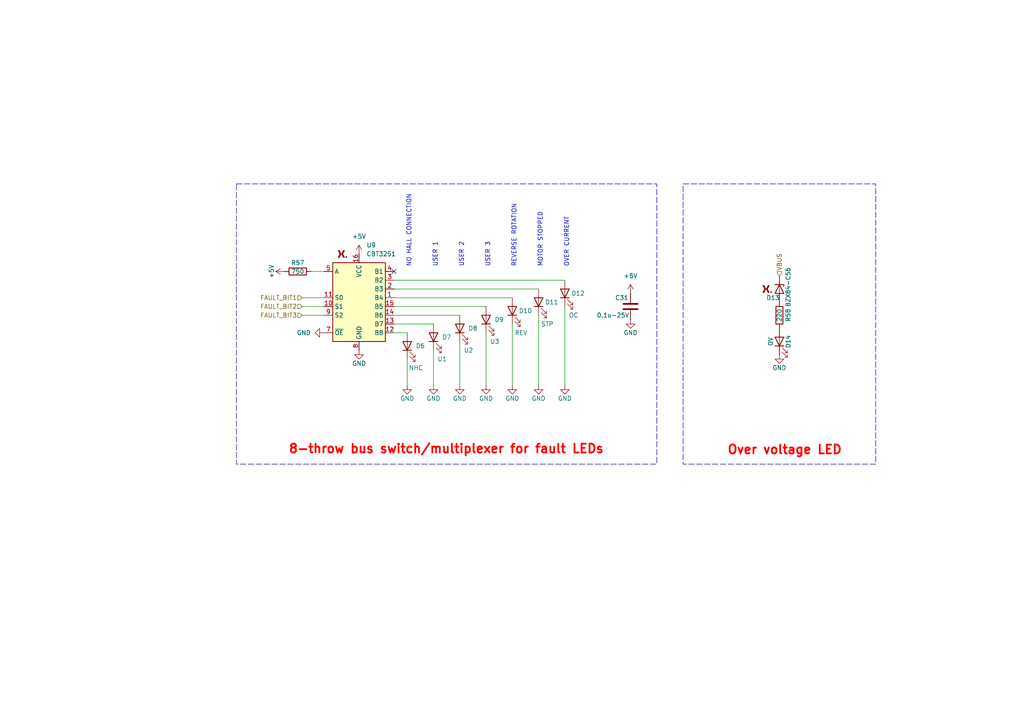
<source format=kicad_sch>
(kicad_sch (version 20250114) (generator "eeschema") (generator_version "9.0")
  (paper "A4")
  (title_block (title "Motor Controller Board NEVB-MTR1-C-1") (date "2025-04-25") (rev "01") (comment 1 "Contact: https://www.nexperia.com/support") (comment 2 "Designed for: Public Release") (comment 3 "Orderable: NEVB-MTR1-KIT1"))
  (lib_symbols
    (symbol "Device:C" (pin_numbers (hide yes)) (pin_names (offset 0.254))
      (property "Reference" "C" (at 0.635 2.54 0))
      (property "Value" "C" (at 0.635 -2.54 0))
      (symbol "C_0_1"
        (polyline (pts (xy -2.032 0.762) (xy 2.032 0.762)) (stroke (width 0.508)))
        (polyline (pts (xy -2.032 -0.762) (xy 2.032 -0.762)) (stroke (width 0.508)))
      )
      (symbol "C_1_1"
        (pin passive line (at 0 3.81 270) (length 2.794) (name "~") (number "1"))
        (pin passive line (at 0 -3.81 90) (length 2.794) (name "~") (number "2"))
      )
    )
    (symbol "Device:D_Zener" (pin_numbers (hide yes)) (pin_names (offset 1.016) (hide yes))
      (property "Reference" "D" (at 0 2.54 0))
      (property "Value" "D_Zener" (at 0 -2.54 0))
      (symbol "D_Zener_0_1"
        (polyline (pts (xy -1.27 -1.27) (xy -1.27 1.27) (xy -0.762 1.27)) (stroke (width 0.254)))
        (polyline (pts (xy 1.27 0) (xy -1.27 0)))
        (polyline (pts (xy 1.27 -1.27) (xy 1.27 1.27) (xy -1.27 0) (xy 1.27 -1.27)) (stroke (width 0.254)))
      )
      (symbol "D_Zener_1_1"
        (pin passive line (at -3.81 0 0) (length 2.54) (name "K") (number "1"))
        (pin passive line (at 3.81 0 180) (length 2.54) (name "A") (number "2"))
      )
    )
    (symbol "Device:LED" (pin_numbers (hide yes)) (pin_names (offset 1.016) (hide yes))
      (property "Reference" "D" (at 0 2.54 0))
      (property "Value" "LED" (at 0 -2.54 0))
      (symbol "LED_0_1"
        (polyline (pts (xy -3.048 -0.762) (xy -4.572 -2.286) (xy -3.81 -2.286) (xy -4.572 -2.286) (xy -4.572 -1.524)))
        (polyline (pts (xy -1.778 -0.762) (xy -3.302 -2.286) (xy -2.54 -2.286) (xy -3.302 -2.286) (xy -3.302 -1.524)))
        (polyline (pts (xy -1.27 0) (xy 1.27 0)))
        (polyline (pts (xy -1.27 -1.27) (xy -1.27 1.27)) (stroke (width 0.254)))
        (polyline (pts (xy 1.27 -1.27) (xy 1.27 1.27) (xy -1.27 0) (xy 1.27 -1.27)) (stroke (width 0.254)))
      )
      (symbol "LED_1_1"
        (pin passive line (at -3.81 0 0) (length 2.54) (name "K") (number "1"))
        (pin passive line (at 3.81 0 180) (length 2.54) (name "A") (number "2"))
      )
    )
    (symbol "Device:R" (pin_numbers (hide yes)) (pin_names (offset 0))
      (property "Reference" "R" (at 2.032 0 90))
      (property "Value" "R" (at 0 0 90))
      (symbol "R_0_1"
        (rectangle (start -1.016 -2.54) (end 1.016 2.54) (stroke (width 0.254)))
      )
      (symbol "R_1_1"
        (pin passive line (at 0 3.81 270) (length 1.27) (name "~") (number "1"))
        (pin passive line (at 0 -3.81 90) (length 1.27) (name "~") (number "2"))
      )
    )
    (symbol "power:+5V" (power) (pin_numbers (hide yes)) (pin_names (offset 0) (hide yes))
      (property "Value" "+5V" (at 0 3.556 0))
      (symbol "+5V_0_1"
        (polyline (pts (xy -0.762 1.27) (xy 0 2.54)))
        (polyline (pts (xy 0 2.54) (xy 0.762 1.27)))
        (polyline (pts (xy 0 0) (xy 0 2.54)))
      )
      (symbol "+5V_1_1"
        (pin power_in line (at 0 0 90) (length 0) (name "~") (number "1"))
      )
    )
    (symbol "power:GND" (power) (pin_numbers (hide yes)) (pin_names (offset 0) (hide yes))
      (property "Value" "GND" (at 0 -3.81 0))
      (symbol "GND_0_1"
        (polyline (pts (xy 0 0) (xy 0 -1.27) (xy 1.27 -1.27) (xy 0 -2.54) (xy -1.27 -1.27) (xy 0 -1.27)))
      )
      (symbol "GND_1_1"
        (pin power_in line (at 0 0 270) (length 0) (name "~") (number "1"))
      )
    )
    (symbol "project:CBT3251"
      (property "Reference" "U" (at -7.62 13.97 0))
      (property "Value" "CBT3251" (at -7.62 -12.7 0))
      (symbol "CBT3251_0_1"
        (rectangle (start -7.62 12.7) (end 7.62 -10.16) (stroke (width 0.254)) (fill (type background)))
        (rectangle (start 7.62 -12.7) (end 7.62 -12.7))
      )
      (symbol "CBT3251_1_0"
        (pin no_connect line (at 0 5.08 180) (length 2.54) (hide yes) (name "NC") (number "6"))
      )
      (symbol "CBT3251_1_1"
        (pin bidirectional line (at -10.16 10.16 0) (length 2.54) (name "A") (number "5"))
        (pin input line (at -10.16 2.54 0) (length 2.54) (name "S0") (number "11"))
        (pin input line (at -10.16 0 0) (length 2.54) (name "S1") (number "10"))
        (pin input line (at -10.16 -2.54 0) (length 2.54) (name "S2") (number "9"))
        (pin input line (at -10.16 -7.62 0) (length 2.54) (name "~{OE}") (number "7"))
        (pin power_in line (at 0 15.24 270) (length 2.54) (name "VCC") (number "16"))
        (pin power_in line (at 0 -12.7 90) (length 2.54) (name "GND") (number "8"))
        (pin bidirectional line (at 10.16 10.16 180) (length 2.54) (name "B1") (number "4"))
        (pin bidirectional line (at 10.16 7.62 180) (length 2.54) (name "B2") (number "3"))
        (pin bidirectional line (at 10.16 5.08 180) (length 2.54) (name "B3") (number "2"))
        (pin bidirectional line (at 10.16 2.54 180) (length 2.54) (name "B4") (number "1"))
        (pin bidirectional line (at 10.16 0 180) (length 2.54) (name "B5") (number "15"))
        (pin bidirectional line (at 10.16 -2.54 180) (length 2.54) (name "B6") (number "14"))
        (pin bidirectional line (at 10.16 -5.08 180) (length 2.54) (name "B7") (number "13"))
        (pin bidirectional line (at 10.16 -7.62 180) (length 2.54) (name "B8") (number "12"))
      )
    )
    (symbol "project:Nexperia_X_Stamp_Logo_5x4mm" (pin_names (offset 1.016)) (in_bom no)
      (symbol "Nexperia_X_Stamp_Logo_5x4mm_0_0"
        (polyline (pts (xy -0.7802 -1.055) (xy -0.7661 -1.055) (xy -0.7527 -1.0549) (xy -0.7401 -1.0549) (xy -0.7284 -1.0548) (xy -0.7179 -1.0548) (xy -0.7087 -1.0547) (xy -0.7008 -1.0546) (xy -0.6945 -1.0545) (xy -0.6899 -1.0544) (xy -0.687 -1.0543) (xy -0.6856 -1.0542) (xy -0.6709 -1.0525) (xy -0.6578 -1.0497) (xy -0.646 -1.0457) (xy -0.6354 -1.0404) (xy -0.6259 -1.0338) (xy -0.6172 -1.0258) (xy -0.616 -1.0245) (xy -0.6118 -1.0198) (xy -0.6079 -1.0146) (xy -0.604 -1.0088) (xy -0.5999 -1.002) (xy -0.5954 -0.9939) (xy -0.5904 -0.9842) (xy -0.5893 -0.982) (xy -0.5873 -0.9781) (xy -0.5845 -0.9725) (xy -0.5808 -0.9654) (xy -0.5764 -0.9566) (xy -0.5711 -0.9463) (xy -0.5652 -0.9347) (xy -0.5585 -0.9216) (xy -0.5512 -0.9072) (xy -0.5432 -0.8915) (xy -0.5346 -0.8747) (xy -0.5254 -0.8566) (xy -0.5157 -0.8375) (xy -0.5054 -0.8174) (xy -0.4947 -0.7963) (xy -0.4835 -0.7743) (xy -0.4718 -0.7514) (xy -0.4598 -0.7277) (xy -0.4473 -0.7033) (xy -0.4345 -0.6783) (xy -0.4215 -0.6526) (xy -0.4081 -0.6263) (xy -0.3944 -0.5996) (xy -0.3806 -0.5724) (xy -0.3665 -0.5448) (xy -0.3655 -0.5427) (xy -0.3515 -0.5152) (xy -0.3376 -0.4881) (xy -0.3241 -0.4614) (xy -0.3108 -0.4353) (xy -0.2977 -0.4098) (xy -0.2851 -0.3848) (xy -0.2727 -0.3606) (xy -0.2608 -0.3371) (xy -0.2492 -0.3145) (xy -0.2381 -0.2927) (xy -0.2275 -0.2718) (xy -0.2174 -0.2519) (xy -0.2078 -0.2331) (xy -0.1988 -0.2153) (xy -0.1904 -0.1988) (xy -0.1826 -0.1834) (xy -0.1754 -0.1693) (xy -0.1689 -0.1565) (xy -0.1631 -0.1452) (xy -0.1581 -0.1352) (xy -0.1538 -0.1268) (xy -0.1504 -0.1199) (xy -0.1477 -0.1147) (xy -0.146 -0.1112) (xy -0.1451 -0.1093) (xy -0.1407 -0.1001) (xy -0.1331 -0.082) (xy -0.1265 -0.0643) (xy -0.1211 -0.0472) (xy -0.1171 -0.0312) (xy -0.117 -0.0306) (xy -0.116 -0.0258) (xy -0.1153 -0.0215) (xy -0.1149 -0.0173) (xy -0.1146 -0.0127) (xy -0.1145 -0.0071) (xy -0.1145 0) (xy -0.1145 0.001) (xy -0.1145 0.0079) (xy -0.1146 0.0133) (xy -0.1149 0.0179) (xy -0.1154 0.022) (xy -0.1161 0.0263) (xy -0.1171 0.0312) (xy -0.119 0.0392) (xy -0.1237 0.0558) (xy -0.1297 0.0732) (xy -0.1368 0.0912) (xy -0.1451 0.1093) (xy -0.1451 0.1094) (xy -0.1461 0.1114) (xy -0.1479 0.115) (xy -0.1506 0.1204) (xy -0.1541 0.1274) (xy -0.1585 0.1359) (xy -0.1635 0.1459) (xy -0.1694 0.1574) (xy -0.1759 0.1703) (xy -0.1831 0.1845) (xy -0.191 0.1999) (xy -0.1994 0.2166) (xy -0.2085 0.2344) (xy -0.2181 0.2534) (xy -0.2283 0.2733) (xy -0.2389 0.2943) (xy -0.2501 0.3161) (xy -0.2616 0.3388) (xy -0.2736 0.3624) (xy -0.286 0.3867) (xy -0.2987 0.4116) (xy -0.3117 0.4372) (xy -0.3251 0.4634) (xy -0.3387 0.4901) (xy -0.3525 0.5172) (xy -0.3665 0.5448) (xy -0.3672 0.546) (xy -0.3812 0.5736) (xy -0.3951 0.6008) (xy -0.4087 0.6275) (xy -0.4221 0.6537) (xy -0.4351 0.6794) (xy -0.4479 0.7045) (xy -0.4603 0.7288) (xy -0.4724 0.7525) (xy -0.484 0.7753) (xy -0.4952 0.7973) (xy -0.5059 0.8183) (xy -0.5162 0.8384) (xy -0.5259 0.8575) (xy -0.535 0.8754) (xy -0.5436 0.8923) (xy -0.5515 0.9079) (xy -0.5588 0.9222) (xy -0.5655 0.9352) (xy -0.5714 0.9468) (xy -0.5766 0.957) (xy -0.581 0.9657) (xy -0.5846 0.9728) (xy -0.5874 0.9783) (xy -0.5894 0.9822) (xy -0.5904 0.9842) (xy -0.5917 0.9868) (xy -0.5966 0.9961) (xy -0.6009 1.0038) (xy -0.605 1.0103) (xy -0.6089 1.016) (xy -0.6129 1.021) (xy -0.6171 1.0257) (xy -0.6222 1.0307) (xy -0.6307 1.0375) (xy -0.64 1.043) (xy -0.6503 1.0474) (xy -0.6619 1.0507) (xy -0.6748 1.053) (xy -0.6893 1.0543) (xy -0.6927 1.0545) (xy -0.6983 1.0546) (xy -0.7058 1.0548) (xy -0.7152 1.0549) (xy -0.7265 1.0549) (xy -0.7395 1.055) (xy -0.7542 1.0551) (xy -0.7706 1.0551) (xy -0.7887 1.0551) (xy -0.8083 1.0551) (xy -0.8295 1.0551) (xy -0.8521 1.055) (xy -0.8662 1.055) (xy -0.885 1.055) (xy -0.902 1.0549) (xy -0.9171 1.0549) (xy -0.9307 1.0548) (xy -0.9427 1.0547) (xy -0.9532 1.0547) (xy -0.9624 1.0546) (xy -0.9703 1.0545) (xy -0.9771 1.0544) (xy -0.9828 1.0543) (xy -0.9876 1.0542) (xy -0.9915 1.0541) (xy -0.9947 1.054) (xy -0.9972 1.0538) (xy -0.9992 1.0537) (xy -1.0007 1.0535) (xy -1.0018 1.0533) (xy -1.0027 1.053) (xy -1.0073 1.0514) (xy -1.0156 1.0473) (xy -1.0223 1.0422) (xy -1.0273 1.0361) (xy -1.0305 1.0293) (xy -1.0319 1.0217) (xy -1.0315 1.0135) (xy -1.0291 1.0048) (xy -1.029 1.0046) (xy -1.0289 1.0042) (xy -1.0287 1.0038) (xy -1.0285 1.0034) (xy -1.0283 1.0028) (xy -1.028 1.0021) (xy -1.0276 1.0013) (xy -1.0271 1.0002) (xy -1.0265 0.9989) (xy -1.0257 0.9973) (xy -1.0248 0.9954) (xy -1.0237 0.9932) (xy -1.0223 0.9905) (xy -1.0208 0.9874) (xy -1.019 0.9839) (xy -1.017 0.9799) (xy -1.0147 0.9753) (xy -1.0121 0.9702) (xy -1.0092 0.9644) (xy -1.006 0.958) (xy -1.0024 0.9509) (xy -0.9984 0.9431) (xy -0.9941 0.9345) (xy -0.9893 0.9251) (xy -0.9841 0.9149) (xy -0.9785 0.9039) (xy -0.9724 0.8919) (xy -0.9659 0.879) (xy -0.9588 0.865) (xy -0.9512 0.8501) (xy -0.9431 0.8341) (xy -0.9344 0.817) (xy -0.9251 0.7988) (xy -0.9152 0.7795) (xy -0.9048 0.7589) (xy -0.8937 0.737) (xy -0.8819 0.7139) (xy -0.8695 0.6895) (xy -0.8564 0.6638) (xy -0.8426 0.6366) (xy -0.828 0.608) (xy -0.8127 0.578) (xy -0.7967 0.5464) (xy -0.7798 0.5133) (xy -0.7622 0.4787) (xy -0.7437 0.4424) (xy -0.7244 0.4045) (xy -0.7042 0.3649) (xy -0.6832 0.3236) (xy -0.6613 0.2805) (xy -0.6557 0.2696) (xy -0.6445 0.2475) (xy -0.6335 0.2259) (xy -0.6228 0.2049) (xy -0.6124 0.1845) (xy -0.6024 0.1648) (xy -0.5928 0.1459) (xy -0.5836 0.1278) (xy -0.5749 0.1106) (xy -0.5667 0.0944) (xy -0.559 0.0792) (xy -0.5519 0.0652) (xy -0.5454 0.0523) (xy -0.5395 0.0407) (xy -0.5343 0.0304) (xy -0.5297 0.0215) (xy -0.526 0.014) (xy -0.523 0.008) (xy -0.5208 0.0037) (xy -0.5195 0.001) (xy -0.519 0) (xy -0.5191 -0.0001) (xy -0.5194 -0.0008) (xy -0.52 -0.0021) (xy -0.521 -0.004) (xy -0.5222 -0.0066) (xy -0.5239 -0.0099) (xy -0.5259 -0.0139) (xy -0.5283 -0.0187) (xy -0.5311 -0.0242) (xy -0.5343 -0.0306) (xy -0.538 -0.0378) (xy -0.5421 -0.046) (xy -0.5467 -0.055) (xy -0.5518 -0.065) (xy -0.5573 -0.076) (xy -0.5634 -0.0879) (xy -0.57 -0.101) (xy -0.5772 -0.1151) (xy -0.5849 -0.1303) (xy -0.5932 -0.1466) (xy -0.6021 -0.1641) (xy -0.6116 -0.1828) (xy -0.6218 -0.2027) (xy -0.6325 -0.2239) (xy -0.644 -0.2464) (xy -0.6561 -0.2703) (xy -0.6689 -0.2954) (xy -0.6824 -0.322) (xy -0.6967 -0.35) (xy -0.7116 -0.3794) (xy -0.7274 -0.4103) (xy -0.7439 -0.4428) (xy -0.7612 -0.4767) (xy -0.7793 -0.5123) (xy -0.7982 -0.5494) (xy -0.8179 -0.5882) (xy -0.8385 -0.6287) (xy -0.86 -0.6709) (xy -0.8823 -0.7148) (xy -0.9056 -0.7605) (xy -0.9094 -0.7681) (xy -0.9219 -0.7925) (xy -0.9334 -0.8152) (xy -0.9442 -0.8363) (xy -0.9541 -0.8557) (xy -0.9632 -0.8737) (xy -0.9716 -0.8901) (xy -0.9792 -0.9052) (xy -0.9862 -0.9189) (xy -0.9925 -0.9314) (xy -0.9982 -0.9426) (xy -1.0032 -0.9526) (xy -1.0078 -0.9615) (xy -1.0117 -0.9694) (xy -1.0152 -0.9764) (xy -1.0182 -0.9824) (xy -1.0208 -0.9875) (xy -1.023 -0.9919) (xy -1.0248 -0.9955) (xy -1.0262 -0.9984) (xy -1.0273 -1.0008) (xy -1.0282 -1.0026) (xy -1.0287 -1.0039) (xy -1.0291 -1.0048) (xy -1.0305 -1.0091) (xy -1.0319 -1.0175) (xy -1.0314 -1.0254) (xy -1.0291 -1.0326) (xy -1.0252 -1.0391) (xy -1.0198 -1.0446) (xy -1.0128 -1.049) (xy -1.0044 -1.0523) (xy -0.9948 -1.0542) (xy -0.9942 -1.0543) (xy -0.9915 -1.0544) (xy -0.9869 -1.0545) (xy -0.9807 -1.0546) (xy -0.9729 -1.0547) (xy -0.9637 -1.0548) (xy -0.9532 -1.0548) (xy -0.9416 -1.0549) (xy -0.9291 -1.0549) (xy -0.9157 -1.055) (xy -0.9016 -1.055) (xy -0.8869 -1.0551) (xy -0.8718 -1.0551) (xy -0.8564 -1.0551) (xy -0.8409 -1.0551) (xy -0.8254 -1.0551) (xy -0.81 -1.0551) (xy -0.7949 -1.0551) (xy -0.7802 -1.055)) (stroke (width 0.01)) (fill (type outline)))
        (polyline (pts (xy 0.8794 -1.0548) (xy 0.8874 -1.052) (xy 0.8904 -1.0508) (xy 0.8987 -1.0466) (xy 0.9052 -1.0415) (xy 0.9099 -1.0355) (xy 0.9128 -1.0286) (xy 0.9139 -1.0208) (xy 0.9132 -1.0123) (xy 0.9132 -1.0121) (xy 0.9131 -1.0117) (xy 0.9132 -1.0115) (xy 0.9132 -1.0113) (xy 0.9133 -1.0112) (xy 0.9133 -1.011) (xy 0.9134 -1.0109) (xy 0.9134 -1.0106) (xy 0.9133 -1.0103) (xy 0.9132 -1.0098) (xy 0.913 -1.0092) (xy 0.9126 -1.0083) (xy 0.9121 -1.0072) (xy 0.9115 -1.0057) (xy 0.9107 -1.004) (xy 0.9097 -1.0018) (xy 0.9085 -0.9993) (xy 0.907 -0.9963) (xy 0.9053 -0.9928) (xy 0.9033 -0.9888) (xy 0.9011 -0.9843) (xy 0.8985 -0.9791) (xy 0.8956 -0.9734) (xy 0.8924 -0.9669) (xy 0.8888 -0.9598) (xy 0.8848 -0.9519) (xy 0.8804 -0.9432) (xy 0.8756 -0.9337) (xy 0.8703 -0.9233) (xy 0.8646 -0.912) (xy 0.8585 -0.8998) (xy 0.8518 -0.8867) (xy 0.8446 -0.8725) (xy 0.8368 -0.8573) (xy 0.8286 -0.841) (xy 0.8197 -0.8236) (xy 0.8103 -0.805) (xy 0.8002 -0.7852) (xy 0.7895 -0.7642) (xy 0.7782 -0.7419) (xy 0.7662 -0.7183) (xy 0.7535 -0.6934) (xy 0.7401 -0.6671) (xy 0.726 -0.6393) (xy 0.7111 -0.6101) (xy 0.6955 -0.5794) (xy 0.6791 -0.5472) (xy 0.6619 -0.5134) (xy 0.6438 -0.478) (xy 0.625 -0.4409) (xy 0.6052 -0.4022) (xy 0.5846 -0.3617) (xy 0.5632 -0.3195) (xy 0.5542 -0.302) (xy 0.5423 -0.2786) (xy 0.5307 -0.2557) (xy 0.5193 -0.2334) (xy 0.5083 -0.2117) (xy 0.4976 -0.1907) (xy 0.4873 -0.1705) (xy 0.4775 -0.1511) (xy 0.468 -0.1325) (xy 0.4591 -0.1149) (xy 0.4507 -0.0984) (xy 0.4428 -0.0829) (xy 0.4356 -0.0686) (xy 0.4289 -0.0555) (xy 0.4229 -0.0436) (xy 0.4176 -0.0331) (xy 0.413 -0.024) (xy 0.4091 -0.0164) (xy 0.406 -0.0103) (xy 0.4038 -0.0058) (xy 0.4024 -0.003) (xy 0.4018 -0.0019) (xy 0.4018 -0.0016) (xy 0.4019 -0.001) (xy 0.4022 -0.0001) (xy 0.4027 0.0013) (xy 0.4035 0.003) (xy 0.4045 0.0053) (xy 0.4058 0.0081) (xy 0.4074 0.0115) (xy 0.4093 0.0156) (xy 0.4117 0.0204) (xy 0.4144 0.0259) (xy 0.4175 0.0323) (xy 0.4211 0.0395) (xy 0.4252 0.0477) (xy 0.4298 0.0569) (xy 0.435 0.0671) (xy 0.4406 0.0784) (xy 0.4469 0.0908) (xy 0.4538 0.1044) (xy 0.4614 0.1193) (xy 0.4696 0.1355) (xy 0.4785 0.153) (xy 0.4881 0.172) (xy 0.4985 0.1924) (xy 0.5097 0.2144) (xy 0.5216 0.2379) (xy 0.5345 0.2631) (xy 0.5481 0.29) (xy 0.5627 0.3186) (xy 0.5731 0.339) (xy 0.5942 0.3804) (xy 0.6144 0.4201) (xy 0.6337 0.4581) (xy 0.6522 0.4944) (xy 0.6698 0.529) (xy 0.6867 0.5621) (xy 0.7027 0.5936) (xy 0.718 0.6237) (xy 0.7325 0.6522) (xy 0.7463 0.6793) (xy 0.7594 0.705) (xy 0.7717 0.7293) (xy 0.7834 0.7523) (xy 0.7945 0.774) (xy 0.8049 0.7944) (xy 0.8147 0.8136) (xy 0.8238 0.8317) (xy 0.8324 0.8486) (xy 0.8405 0.8644) (xy 0.8479 0.8791) (xy 0.8549 0.8928) (xy 0.8614 0.9056) (xy 0.8673 0.9173) (xy 0.8728 0.9282) (xy 0.8779 0.9381) (xy 0.8825 0.9473) (xy 0.8867 0.9556) (xy 0.8905 0.9632) (xy 0.8939 0.97) (xy 0.897 0.9761) (xy 0.8997 0.9816) (xy 0.9022 0.9865) (xy 0.9043 0.9908) (xy 0.9061 0.9945) (xy 0.9077 0.9978) (xy 0.9091 1.0006) (xy 0.9102 1.0029) (xy 0.9111 1.0049) (xy 0.9118 1.0065) (xy 0.9124 1.0078) (xy 0.9128 1.0088) (xy 0.9131 1.0096) (xy 0.9133 1.0101) (xy 0.9134 1.0105) (xy 0.9134 1.0108) (xy 0.9134 1.011) (xy 0.9133 1.0111) (xy 0.9133 1.0112) (xy 0.9132 1.0113) (xy 0.9131 1.0115) (xy 0.9131 1.0118) (xy 0.9132 1.0122) (xy 0.9136 1.0151) (xy 0.9138 1.0234) (xy 0.9121 1.0309) (xy 0.9086 1.0375) (xy 0.9033 1.0432) (xy 0.8962 1.048) (xy 0.8874 1.052) (xy 0.8794 1.0548) (xy 0.7343 1.0551) (xy 0.7256 1.0551) (xy 0.7043 1.0551) (xy 0.6849 1.0552) (xy 0.6672 1.0552) (xy 0.6512 1.0552) (xy 0.6369 1.0551) (xy 0.624 1.0551) (xy 0.6124 1.055) (xy 0.6022 1.0549) (xy 0.5932 1.0548) (xy 0.5852 1.0546) (xy 0.5783 1.0544) (xy 0.5722 1.0542) (xy 0.567 1.0539) (xy 0.5624 1.0536) (xy 0.5584 1.0533) (xy 0.555 1.0529) (xy 0.5519 1.0525) (xy 0.5491 1.052) (xy 0.5466 1.0514) (xy 0.5441 1.0508) (xy 0.5419 1.0503) (xy 0.5322 1.0473) (xy 0.5239 1.044) (xy 0.5165 1.0399) (xy 0.5094 1.0349) (xy 0.5023 1.0287) (xy 0.4988 1.0252) (xy 0.4928 1.0184) (xy 0.4872 1.0106) (xy 0.4816 1.0015) (xy 0.4758 0.9907) (xy 0.4751 0.9893) (xy 0.4733 0.9858) (xy 0.4707 0.9807) (xy 0.4673 0.9741) (xy 0.4632 0.9661) (xy 0.4585 0.9568) (xy 0.4532 0.9464) (xy 0.4474 0.935) (xy 0.4411 0.9226) (xy 0.4344 0.9095) (xy 0.4274 0.8956) (xy 0.42 0.8812) (xy 0.4124 0.8664) (xy 0.4047 0.8512) (xy 0.403 0.8478) (xy 0.3806 0.8039) (xy 0.3591 0.7618) (xy 0.3385 0.7214) (xy 0.3188 0.6826) (xy 0.2999 0.6456) (xy 0.2818 0.6101) (xy 0.2645 0.5762) (xy 0.248 0.5438) (xy 0.2323 0.5129) (xy 0.2173 0.4835) (xy 0.2031 0.4555) (xy 0.1895 0.4289) (xy 0.1766 0.4037) (xy 0.1645 0.3798) (xy 0.1529 0.3571) (xy 0.142 0.3357) (xy 0.1317 0.3155) (xy 0.122 0.2964) (xy 0.1129 0.2785) (xy 0.1044 0.2617) (xy 0.0964 0.246) (xy 0.0889 0.2312) (xy 0.0819 0.2175) (xy 0.0754 0.2046) (xy 0.0693 0.1927) (xy 0.0638 0.1817) (xy 0.0586 0.1715) (xy 0.0538 0.1621) (xy 0.0495 0.1535) (xy 0.0455 0.1456) (xy 0.0419 0.1383) (xy 0.0386 0.1318) (xy 0.0356 0.1258) (xy 0.0329 0.1204) (xy 0.0305 0.1156) (xy 0.0284 0.1113) (xy 0.0265 0.1074) (xy 0.0248 0.1039) (xy 0.0233 0.1009) (xy 0.022 0.0982) (xy 0.0209 0.0958) (xy 0.02 0.0938) (xy 0.0191 0.0919) (xy 0.0184 0.0903) (xy 0.0178 0.0888) (xy 0.0172 0.0875) (xy 0.0167 0.0863) (xy 0.0162 0.0851) (xy 0.0158 0.084) (xy 0.0153 0.0828) (xy 0.0149 0.0816) (xy 0.0113 0.0723) (xy 0.0056 0.0555) (xy 0.0012 0.0398) (xy -0.0019 0.0249) (xy -0.0035 0.0105) (xy -0.0038 -0.0037) (xy -0.0028 -0.018) (xy -0.0004 -0.0327) (xy 0.0033 -0.048) (xy 0.0084 -0.0642) (xy 0.0149 -0.0816) (xy 0.0149 -0.0817) (xy 0.0154 -0.0829) (xy 0.0158 -0.0841) (xy 0.0163 -0.0852) (xy 0.0167 -0.0864) (xy 0.0172 -0.0876) (xy 0.0178 -0.0889) (xy 0.0184 -0.0904) (xy 0.0192 -0.092) (xy 0.02 -0.0939) (xy 0.021 -0.096) (xy 0.0221 -0.0984) (xy 0.0234 -0.1011) (xy 0.0249 -0.1042) (xy 0.0266 -0.1077) (xy 0.0285 -0.1116) (xy 0.0307 -0.1159) (xy 0.0331 -0.1208) (xy 0.0358 -0.1262) (xy 0.0388 -0.1322) (xy 0.0421 -0.1389) (xy 0.0458 -0.1461) (xy 0.0498 -0.1541) (xy 0.0542 -0.1628) (xy 0.059 -0.1722) (xy 0.0642 -0.1825) (xy 0.0698 -0.1936) (xy 0.0759 -0.2056) (xy 0.0824 -0.2184) (xy 0.0894 -0.2323) (xy 0.0969 -0.2471) (xy 0.105 -0.2629) (xy 0.1136 -0.2798) (xy 0.1227 -0.2978) (xy 0.1325 -0.317) (xy 0.1428 -0.3373) (xy 0.1538 -0.3588) (xy 0.1653 -0.3815) (xy 0.1776 -0.4055) (xy 0.1905 -0.4309) (xy 0.2041 -0.4576) (xy 0.2184 -0.4857) (xy 0.2334 -0.5152) (xy 0.2492 -0.5462) (xy 0.2658 -0.5787) (xy 0.2831 -0.6127) (xy 0.3013 -0.6483) (xy 0.3202 -0.6855) (xy 0.34 -0.7243) (xy 0.3607 -0.7649) (xy 0.3822 -0.8071) (xy 0.4047 -0.8512) (xy 0.4099 -0.8613) (xy 0.4175 -0.8763) (xy 0.4249 -0.8909) (xy 0.4321 -0.9049) (xy 0.4389 -0.9183) (xy 0.4453 -0.9309) (xy 0.4513 -0.9427) (xy 0.4568 -0.9534) (xy 0.4617 -0.9631) (xy 0.466 -0.9715) (xy 0.4696 -0.9786) (xy 0.4725 -0.9843) (xy 0.4746 -0.9883) (xy 0.4758 -0.9907) (xy 0.4787 -0.9962) (xy 0.482 -1.0021) (xy 0.4852 -1.0076) (xy 0.488 -1.012) (xy 0.4889 -1.0132) (xy 0.4936 -1.0193) (xy 0.4991 -1.0254) (xy 0.5051 -1.0312) (xy 0.511 -1.0363) (xy 0.5164 -1.04) (xy 0.5178 -1.0408) (xy 0.5282 -1.0458) (xy 0.54 -1.0497) (xy 0.5527 -1.0526) (xy 0.566 -1.0542) (xy 0.5661 -1.0542) (xy 0.5686 -1.0543) (xy 0.5731 -1.0544) (xy 0.5793 -1.0544) (xy 0.5871 -1.0545) (xy 0.5965 -1.0546) (xy 0.6072 -1.0547) (xy 0.6193 -1.0547) (xy 0.6324 -1.0548) (xy 0.6466 -1.0548) (xy 0.6617 -1.0549) (xy 0.6776 -1.0549) (xy 0.6942 -1.0549) (xy 0.7112 -1.0549) (xy 0.7287 -1.0549) (xy 0.8794 -1.0548)) (stroke (width 0.01)) (fill (type outline)))
        (polyline (pts (xy 1.3946 -1.0539) (xy 1.4043 -1.0533) (xy 1.4132 -1.0525) (xy 1.4205 -1.0513) (xy 1.4296 -1.0493) (xy 1.4479 -1.0436) (xy 1.4652 -1.0362) (xy 1.4816 -1.0272) (xy 1.4968 -1.0167) (xy 1.5109 -1.0047) (xy 1.5237 -0.9913) (xy 1.5352 -0.9767) (xy 1.5451 -0.9608) (xy 1.5536 -0.9439) (xy 1.5604 -0.926) (xy 1.5655 -0.9071) (xy 1.5658 -0.9055) (xy 1.5665 -0.9021) (xy 1.567 -0.8988) (xy 1.5673 -0.8952) (xy 1.5675 -0.891) (xy 1.5677 -0.8859) (xy 1.5677 -0.8794) (xy 1.5678 -0.8713) (xy 1.5678 -0.8676) (xy 1.5677 -0.8603) (xy 1.5676 -0.8544) (xy 1.5675 -0.8497) (xy 1.5672 -0.8458) (xy 1.5668 -0.8424) (xy 1.5662 -0.8391) (xy 1.5655 -0.8355) (xy 1.563 -0.8256) (xy 1.557 -0.8069) (xy 1.5493 -0.7892) (xy 1.5399 -0.7726) (xy 1.5289 -0.7572) (xy 1.5164 -0.743) (xy 1.5024 -0.7301) (xy 1.4869 -0.7185) (xy 1.4847 -0.7171) (xy 1.4682 -0.7076) (xy 1.4511 -0.6999) (xy 1.4334 -0.6941) (xy 1.4152 -0.6901) (xy 1.3968 -0.6881) (xy 1.3783 -0.6878) (xy 1.3598 -0.6895) (xy 1.3414 -0.6931) (xy 1.3233 -0.6986) (xy 1.3057 -0.7059) (xy 1.2971 -0.7103) (xy 1.2811 -0.7202) (xy 1.2662 -0.7317) (xy 1.2525 -0.7447) (xy 1.2402 -0.7589) (xy 1.2295 -0.7743) (xy 1.2225 -0.7865) (xy 1.2154 -0.8021) (xy 1.2097 -0.8181) (xy 1.2055 -0.834) (xy 1.2048 -0.8381) (xy 1.2023 -0.8569) (xy 1.2018 -0.8755) (xy 1.2031 -0.8937) (xy 1.2062 -0.9115) (xy 1.2111 -0.9288) (xy 1.2175 -0.9454) (xy 1.2255 -0.9613) (xy 1.235 -0.9763) (xy 1.2458 -0.9903) (xy 1.2581 -1.0033) (xy 1.2715 -1.015) (xy 1.2862 -1.0255) (xy 1.3019 -1.0346) (xy 1.3187 -1.0421) (xy 1.3365 -1.048) (xy 1.3551 -1.0523) (xy 1.3574 -1.0526) (xy 1.3653 -1.0534) (xy 1.3746 -1.0539) (xy 1.3845 -1.0541) (xy 1.3946 -1.0539)) (stroke (width 0.01)) (fill (type outline)))
      )
    )
  )
  (rectangle (start 198.12 53.34) (end 254 134.62) (stroke (width 0) (type dash)))
  (rectangle (start 68.58 53.34) (end 190.5 134.62) (stroke (width 0) (type dash)))
  (text "USER 2" (at 134.62 77.47 90) (effects (font (size 1.27 1.27)) (justify left bottom)))
  (text "8-throw bus switch/multiplexer for fault LEDs" (at 83.566 131.826 0) (effects (font (size 2.54 2.54) (thickness 0.508) (bold yes)) (justify left bottom)))
  (text "USER 1" (at 127 77.47 90) (effects (font (size 1.27 1.27)) (justify left bottom)))
  (text "Over voltage LED" (at 210.82 132.08 0) (effects (font (size 2.54 2.54) (thickness 0.508) (bold yes)) (justify left bottom)))
  (text "REVERSE ROTATION" (at 149.86 77.47 90) (effects (font (size 1.27 1.27)) (justify left bottom)))
  (text "OVER CURRENT" (at 165.1 77.47 90) (effects (font (size 1.27 1.27)) (justify left bottom)))
  (text "USER 3" (at 142.24 77.47 90) (effects (font (size 1.27 1.27)) (justify left bottom)))
  (text "NO HALL CONNECTION" (at 119.38 77.47 90) (effects (font (size 1.27 1.27)) (justify left bottom)))
  (text "MOTOR STOPPED" (at 157.48 77.47 90) (effects (font (size 1.27 1.27)) (justify left bottom)))
  (no_connect (at 114.3 78.74))
  (wire (pts (xy 156.21 91.44) (xy 156.21 111.76)))
  (wire (pts (xy 87.63 88.9) (xy 93.98 88.9)))
  (wire (pts (xy 118.11 104.14) (xy 118.11 111.76)))
  (wire (pts (xy 114.3 91.44) (xy 133.35 91.44)))
  (wire (pts (xy 114.3 93.98) (xy 125.73 93.98)))
  (wire (pts (xy 133.35 99.06) (xy 133.35 111.76)))
  (wire (pts (xy 87.63 91.44) (xy 93.98 91.44)))
  (wire (pts (xy 114.3 83.82) (xy 156.21 83.82)))
  (wire (pts (xy 163.83 88.9) (xy 163.83 111.76)))
  (wire (pts (xy 114.3 86.36) (xy 148.59 86.36)))
  (wire (pts (xy 90.17 78.74) (xy 93.98 78.74)))
  (wire (pts (xy 87.63 86.36) (xy 93.98 86.36)))
  (wire (pts (xy 125.73 101.6) (xy 125.73 111.76)))
  (wire (pts (xy 114.3 96.52) (xy 118.11 96.52)))
  (wire (pts (xy 114.3 81.28) (xy 163.83 81.28)))
  (wire (pts (xy 114.3 88.9) (xy 140.97 88.9)))
  (wire (pts (xy 140.97 96.52) (xy 140.97 111.76)))
  (wire (pts (xy 148.59 93.98) (xy 148.59 111.76)))
  (hierarchical_label "VBUS" (shape input) (at 226.06 80.01 90))
  (hierarchical_label "FAULT_BIT1" (shape input) (at 87.63 86.36 180))
  (hierarchical_label "FAULT_BIT2" (shape input) (at 87.63 88.9 180))
  (hierarchical_label "FAULT_BIT3" (shape input) (at 87.63 91.44 180))
  (symbol (lib_id "project:CBT3251") (at 104.14 88.9 0) (unit 1)
    (property "Reference" "U9" (at 106.2833 71.12 0) (effects (justify left)))
    (property "Value" "CBT3251" (at 106.2833 73.66 0) (effects (justify left)))
    (property "Footprint" "Package_SO:TSSOP-16_4.4x5mm_P0.65mm" (effects (hide yes)))
    (property "Datasheet" "https://assets.nexperia.com/documents/data-sheet/CBT3251.pdf" (effects (hide yes)))
    (property "Manufacturer" "NEXPERIA" (effects (hide yes)))
    (property "Mfg Part No" "CBT3251PW,118" (effects (hide yes)))
    (property "Farnell Part No" "2445292" (effects (hide yes)))
    (property "Mouser Part No" "771-CBT3251PW118" (effects (hide yes)))
  )
  (symbol (lib_id "project:Nexperia_X_Stamp_Logo_5x4mm") (at 99.06 73.66 0) (unit 1) (in_bom no)
    (property "Reference" "SYM6" (effects (hide yes)))
    (property "Value" "Nexperia_X_Stamp_Logo" (effects (hide yes)))
    (property "Footprint" "project:Nexperia_X_Stamp_Logo_2x2mm" (effects (hide yes)))
  )
  (symbol (lib_id "power:GND") (at 133.35 111.76 0) (unit 1)
    (property "Reference" "#PWR068" (effects (hide yes)))
    (property "Value" "GND" (at 133.35 115.57 0))
    (property "Description" "Power symbol creates a global label with name \"GND\" , ground" (effects (hide yes)))
  )
  (symbol (lib_id "power:GND") (at 156.21 111.76 0) (unit 1)
    (property "Reference" "#PWR071" (effects (hide yes)))
    (property "Value" "GND" (at 156.21 115.57 0))
    (property "Description" "Power symbol creates a global label with name \"GND\" , ground" (effects (hide yes)))
  )
  (symbol (lib_id "Device:LED") (at 125.73 97.79 90) (unit 1)
    (property "Reference" "D7" (at 129.54 97.79 90))
    (property "Value" "U1" (at 128.27 104.14 90))
    (property "Footprint" "LED_SMD:LED_1206_3216Metric_Pad1.42x1.75mm_HandSolder" (effects (hide yes)))
    (property "Datasheet" "https://www.we-online.com/components/products/datasheet/150120RS75000.pdf" (effects (hide yes)))
    (property "Manufacturer" "WURTH ELEKTRONIK" (effects (hide yes)))
    (property "Mfg Part No" "150120RS75000" (effects (hide yes)))
    (property "Farnell Part No" "2322086" (effects (hide yes)))
    (property "Mouser Part No" "710-150120RS75000" (effects (hide yes)))
  )
  (symbol (lib_id "power:GND") (at 140.97 111.76 0) (unit 1)
    (property "Reference" "#PWR069" (effects (hide yes)))
    (property "Value" "GND" (at 140.97 115.57 0))
    (property "Description" "Power symbol creates a global label with name \"GND\" , ground" (effects (hide yes)))
  )
  (symbol (lib_id "Device:C") (at 182.88 88.9 0) (unit 1)
    (property "Reference" "C31" (at 180.34 86.36 0))
    (property "Value" "0.1u-25V" (at 177.8 91.44 0))
    (property "Footprint" "Capacitor_SMD:C_0603_1608Metric_Pad1.08x0.95mm_HandSolder" (effects (hide yes)))
    (property "Datasheet" "https://www.we-online.com/components/products/datasheet/885012206071.pdf" (effects (hide yes)))
    (property "Manufacturer" "WURTH ELEKTRONIK" (effects (hide yes)))
    (property "Mfg Part No" "885012206071" (effects (hide yes)))
    (property "Farnell Part No" "2495173" (effects (hide yes)))
    (property "Mouser Part No" "710-885012206071" (effects (hide yes)))
  )
  (symbol (lib_id "power:GND") (at 104.14 101.6 0) (unit 1)
    (property "Reference" "#PWR065" (effects (hide yes)))
    (property "Value" "GND" (at 104.14 105.41 0))
    (property "Description" "Power symbol creates a global label with name \"GND\" , ground" (effects (hide yes)))
  )
  (symbol (lib_id "Device:LED") (at 148.59 90.17 90) (unit 1)
    (property "Reference" "D10" (at 152.4 90.17 90))
    (property "Value" "REV" (at 151.13 96.52 90))
    (property "Footprint" "LED_SMD:LED_1206_3216Metric_Pad1.42x1.75mm_HandSolder" (effects (hide yes)))
    (property "Datasheet" "https://www.we-online.com/components/products/datasheet/150120RS75000.pdf" (effects (hide yes)))
    (property "Manufacturer" "WURTH ELEKTRONIK" (effects (hide yes)))
    (property "Mfg Part No" "150120RS75000" (effects (hide yes)))
    (property "Farnell Part No" "2322086" (effects (hide yes)))
    (property "Mouser Part No" "710-150120RS75000" (effects (hide yes)))
  )
  (symbol (lib_id "power:GND") (at 163.83 111.76 0) (unit 1)
    (property "Reference" "#PWR072" (effects (hide yes)))
    (property "Value" "GND" (at 163.83 115.57 0))
    (property "Description" "Power symbol creates a global label with name \"GND\" , ground" (effects (hide yes)))
  )
  (symbol (lib_id "power:GND") (at 226.06 102.87 0) (unit 1)
    (property "Reference" "#PWR075" (effects (hide yes)))
    (property "Value" "GND" (at 226.06 106.68 0))
    (property "Description" "Power symbol creates a global label with name \"GND\" , ground" (effects (hide yes)))
  )
  (symbol (lib_id "Device:LED") (at 163.83 85.09 90) (unit 1)
    (property "Reference" "D12" (at 167.64 85.09 90))
    (property "Value" "OC" (at 166.37 91.44 90))
    (property "Footprint" "LED_SMD:LED_1206_3216Metric_Pad1.42x1.75mm_HandSolder" (effects (hide yes)))
    (property "Datasheet" "https://www.we-online.com/components/products/datasheet/150120RS75000.pdf" (effects (hide yes)))
    (property "Manufacturer" "WURTH ELEKTRONIK" (effects (hide yes)))
    (property "Mfg Part No" "150120RS75000" (effects (hide yes)))
    (property "Farnell Part No" "2322086" (effects (hide yes)))
    (property "Mouser Part No" "710-150120RS75000" (effects (hide yes)))
  )
  (symbol (lib_id "project:Nexperia_X_Stamp_Logo_5x4mm") (at 222.25 83.82 0) (unit 1) (in_bom no)
    (property "Reference" "SYM7" (effects (hide yes)))
    (property "Value" "Nexperia_X_Stamp_Logo" (effects (hide yes)))
    (property "Footprint" "project:Nexperia_X_Stamp_Logo_2x2mm" (effects (hide yes)))
  )
  (symbol (lib_id "Device:LED") (at 140.97 92.71 90) (unit 1)
    (property "Reference" "D9" (at 144.78 92.71 90))
    (property "Value" "U3" (at 143.51 99.06 90))
    (property "Footprint" "LED_SMD:LED_1206_3216Metric_Pad1.42x1.75mm_HandSolder" (effects (hide yes)))
    (property "Datasheet" "https://www.we-online.com/components/products/datasheet/150120RS75000.pdf" (effects (hide yes)))
    (property "Manufacturer" "WURTH ELEKTRONIK" (effects (hide yes)))
    (property "Mfg Part No" "150120RS75000" (effects (hide yes)))
    (property "Farnell Part No" "2322086" (effects (hide yes)))
    (property "Mouser Part No" "710-150120RS75000" (effects (hide yes)))
  )
  (symbol (lib_id "Device:LED") (at 226.06 99.06 90) (unit 1)
    (property "Reference" "D14" (at 228.6 99.06 0))
    (property "Value" "OV" (at 223.52 99.06 0))
    (property "Footprint" "LED_SMD:LED_1206_3216Metric_Pad1.42x1.75mm_HandSolder" (effects (hide yes)))
    (property "Datasheet" "https://www.we-online.com/components/products/datasheet/150120RS75000.pdf" (effects (hide yes)))
    (property "Manufacturer" "WURTH ELEKTRONIK" (effects (hide yes)))
    (property "Mfg Part No" "150120RS75000" (effects (hide yes)))
    (property "Farnell Part No" "2322086" (effects (hide yes)))
    (property "Mouser Part No" "710-150120RS75000" (effects (hide yes)))
  )
  (symbol (lib_id "power:GND") (at 93.98 96.52 270) (unit 1)
    (property "Reference" "#PWR063" (effects (hide yes)))
    (property "Value" "GND" (at 90.17 96.52 90) (effects (justify right)))
    (property "Description" "Power symbol creates a global label with name \"GND\" , ground" (effects (hide yes)))
  )
  (symbol (lib_id "power:GND") (at 118.11 111.76 0) (unit 1)
    (property "Reference" "#PWR066" (effects (hide yes)))
    (property "Value" "GND" (at 118.11 115.57 0))
    (property "Description" "Power symbol creates a global label with name \"GND\" , ground" (effects (hide yes)))
  )
  (symbol (lib_id "power:GND") (at 182.88 92.71 0) (unit 1)
    (property "Reference" "#PWR074" (effects (hide yes)))
    (property "Value" "GND" (at 182.88 96.52 0))
    (property "Description" "Power symbol creates a global label with name \"GND\" , ground" (effects (hide yes)))
  )
  (symbol (lib_id "Device:LED") (at 118.11 100.33 90) (unit 1)
    (property "Reference" "D6" (at 121.92 100.33 90))
    (property "Value" "NHC" (at 120.65 106.68 90))
    (property "Footprint" "LED_SMD:LED_1206_3216Metric_Pad1.42x1.75mm_HandSolder" (effects (hide yes)))
    (property "Datasheet" "https://www.we-online.com/components/products/datasheet/150120RS75000.pdf" (effects (hide yes)))
    (property "Manufacturer" "WURTH ELEKTRONIK" (effects (hide yes)))
    (property "Mfg Part No" "150120RS75000" (effects (hide yes)))
    (property "Farnell Part No" "2322086" (effects (hide yes)))
    (property "Mouser Part No" "710-150120RS75000" (effects (hide yes)))
  )
  (symbol (lib_id "Device:R") (at 226.06 91.44 0) (unit 1)
    (property "Reference" "R58" (at 228.6 91.44 90))
    (property "Value" "220" (at 226.06 91.44 90))
    (property "Footprint" "Resistor_SMD:R_0603_1608Metric_Pad0.98x0.95mm_HandSolder" (effects (hide yes)))
    (property "Datasheet" "https://www.yageo.com/upload/media/product/products/datasheet/rchip/PYu-RC_Group_51_RoHS_L_12.pdf" (effects (hide yes)))
    (property "Manufacturer" "YAGEO" (effects (hide yes)))
    (property "Mfg Part No" "RC0603JR-07220RL" (effects (hide yes)))
    (property "Farnell Part No" "9233296" (effects (hide yes)))
    (property "Mouser Part No" "603-RC0603JR-07220RL" (effects (hide yes)))
  )
  (symbol (lib_id "Device:LED") (at 133.35 95.25 90) (unit 1)
    (property "Reference" "D8" (at 137.16 95.25 90))
    (property "Value" "U2" (at 135.89 101.6 90))
    (property "Footprint" "LED_SMD:LED_1206_3216Metric_Pad1.42x1.75mm_HandSolder" (effects (hide yes)))
    (property "Datasheet" "https://www.we-online.com/components/products/datasheet/150120RS75000.pdf" (effects (hide yes)))
    (property "Manufacturer" "WURTH ELEKTRONIK" (effects (hide yes)))
    (property "Mfg Part No" "150120RS75000" (effects (hide yes)))
    (property "Farnell Part No" "2322086" (effects (hide yes)))
    (property "Mouser Part No" "710-150120RS75000" (effects (hide yes)))
  )
  (symbol (lib_id "power:GND") (at 125.73 111.76 0) (unit 1)
    (property "Reference" "#PWR067" (effects (hide yes)))
    (property "Value" "GND" (at 125.73 115.57 0))
    (property "Description" "Power symbol creates a global label with name \"GND\" , ground" (effects (hide yes)))
  )
  (symbol (lib_id "Device:R") (at 86.36 78.74 90) (unit 1)
    (property "Reference" "R57" (at 86.36 76.2 90))
    (property "Value" "750" (at 86.36 78.74 90))
    (property "Footprint" "Resistor_SMD:R_0603_1608Metric_Pad0.98x0.95mm_HandSolder" (effects (hide yes)))
    (property "Datasheet" "http://www.kamaya.co.jp/upload/products_pdf/kamaya_products(RMC1-32,RMC1-20,RMC1-16S,RMC1-16,RMC1-10,RMC1-8,RMC1-4,RMC1-2,RMC1)_english_20240824_132441.pdf" (effects (hide yes)))
    (property "Manufacturer" "KAMAYA" (effects (hide yes)))
    (property "Mfg Part No" "RMC16K751FTP" (effects (hide yes)))
    (property "Mouser Part No" "791-RMC16K751FTP" (effects (hide yes)))
  )
  (symbol (lib_id "power:+5V") (at 182.88 85.09 0) (unit 1)
    (property "Reference" "#PWR073" (effects (hide yes)))
    (property "Value" "+5V" (at 182.88 80.01 0))
  )
  (symbol (lib_id "power:+5V") (at 104.14 73.66 0) (unit 1)
    (property "Reference" "#PWR064" (effects (hide yes)))
    (property "Value" "+5V" (at 104.14 68.58 0))
  )
  (symbol (lib_id "Device:D_Zener") (at 226.06 83.82 270) (unit 1)
    (property "Reference" "D13" (at 222.25 86.36 90) (effects (justify left)))
    (property "Value" "BZX84-C56" (at 228.6 77.47 0) (effects (justify left)))
    (property "Footprint" "project:D_SOT-23" (effects (hide yes)))
    (property "Datasheet" "https://assets.nexperia.com/documents/data-sheet/BZX84_SER.pdf" (effects (hide yes)))
    (property "Manufacturer" "NEXPERIA" (effects (hide yes)))
    (property "Mfg Part No" "BZX84-C56,215" (effects (hide yes)))
    (property "Farnell Part No" "2575189" (effects (hide yes)))
    (property "Mouser Part No" "771-BZX84-C56-T/R" (effects (hide yes)))
  )
  (symbol (lib_id "power:GND") (at 148.59 111.76 0) (unit 1)
    (property "Reference" "#PWR070" (effects (hide yes)))
    (property "Value" "GND" (at 148.59 115.57 0))
    (property "Description" "Power symbol creates a global label with name \"GND\" , ground" (effects (hide yes)))
  )
  (symbol (lib_id "power:+5V") (at 82.55 78.74 90) (unit 1)
    (property "Reference" "#PWR062" (effects (hide yes)))
    (property "Value" "+5V" (at 78.74 78.74 0))
  )
  (symbol (lib_id "Device:LED") (at 156.21 87.63 90) (unit 1)
    (property "Reference" "D11" (at 160.02 87.63 90))
    (property "Value" "STP" (at 158.75 93.98 90))
    (property "Footprint" "LED_SMD:LED_1206_3216Metric_Pad1.42x1.75mm_HandSolder" (effects (hide yes)))
    (property "Datasheet" "https://www.we-online.com/components/products/datasheet/150120RS75000.pdf" (effects (hide yes)))
    (property "Manufacturer" "WURTH ELEKTRONIK" (effects (hide yes)))
    (property "Mfg Part No" "150120RS75000" (effects (hide yes)))
    (property "Farnell Part No" "2322086" (effects (hide yes)))
    (property "Mouser Part No" "710-150120RS75000" (effects (hide yes)))
  )
)
</source>
